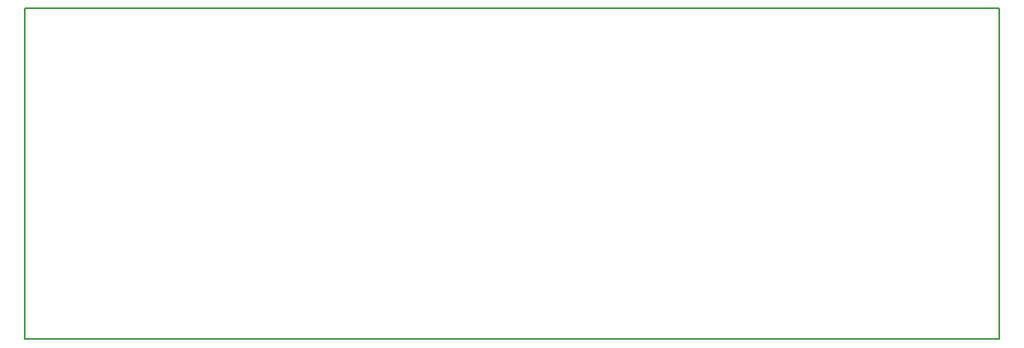
<source format=gbr>
G04 #@! TF.FileFunction,Profile,NP*
%FSLAX46Y46*%
G04 Gerber Fmt 4.6, Leading zero omitted, Abs format (unit mm)*
G04 Created by KiCad (PCBNEW 4.0.7) date 04/21/20 22:48:00*
%MOMM*%
%LPD*%
G01*
G04 APERTURE LIST*
%ADD10C,0.100000*%
%ADD11C,0.150000*%
G04 APERTURE END LIST*
D10*
D11*
X41000000Y-115000000D02*
X41000000Y-81000000D01*
X141000000Y-115000000D02*
X41000000Y-115000000D01*
X141000000Y-81000000D02*
X141000000Y-115000000D01*
X41000000Y-81000000D02*
X141000000Y-81000000D01*
M02*

</source>
